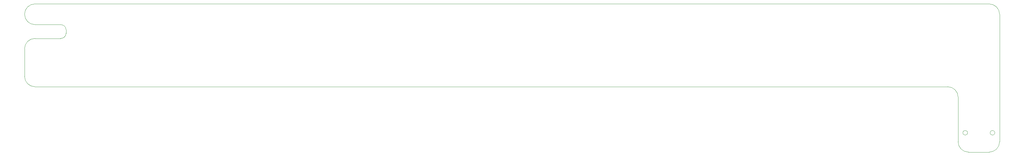
<source format=gbr>
%TF.GenerationSoftware,KiCad,Pcbnew,7.0.8*%
%TF.CreationDate,2023-11-21T15:13:26+00:00*%
%TF.ProjectId,tem,74656d2e-6b69-4636-9164-5f7063625858,rev?*%
%TF.SameCoordinates,Original*%
%TF.FileFunction,Profile,NP*%
%FSLAX46Y46*%
G04 Gerber Fmt 4.6, Leading zero omitted, Abs format (unit mm)*
G04 Created by KiCad (PCBNEW 7.0.8) date 2023-11-21 15:13:26*
%MOMM*%
%LPD*%
G01*
G04 APERTURE LIST*
%TA.AperFunction,Profile*%
%ADD10C,0.100000*%
%TD*%
%TA.AperFunction,Profile*%
%ADD11C,0.120000*%
%TD*%
G04 APERTURE END LIST*
D10*
X59000000Y-138750000D02*
G75*
G03*
X56000000Y-141750000I0J-3000000D01*
G01*
X56000000Y-159750000D02*
G75*
G03*
X59000000Y-162750000I3000000J0D01*
G01*
X335000000Y-138750000D02*
X59000000Y-138750000D01*
X59000000Y-162750000D02*
X323000000Y-162750000D01*
X338000000Y-178700000D02*
X338000000Y-141750000D01*
X56000000Y-141750000D02*
X56000000Y-141750000D01*
X66500000Y-148750000D02*
X59000000Y-148750000D01*
X68000000Y-146250000D02*
X68000000Y-147250000D01*
X68000000Y-146250000D02*
G75*
G03*
X66500000Y-144750000I-1500000J0D01*
G01*
X59000000Y-148750000D02*
G75*
G03*
X56000000Y-151750000I0J-3000000D01*
G01*
X329000000Y-181700000D02*
X335000000Y-181700000D01*
X335000000Y-181700000D02*
G75*
G03*
X338000000Y-178700000I0J3000000D01*
G01*
X66500000Y-144750000D02*
X59000000Y-144750000D01*
X338000000Y-141750000D02*
G75*
G03*
X335000000Y-138750000I-3000000J0D01*
G01*
X326000000Y-165750000D02*
G75*
G03*
X323000000Y-162750000I-3000000J0D01*
G01*
X56000000Y-151750000D02*
X56000000Y-159750000D01*
X326000000Y-165750000D02*
X326000000Y-178700000D01*
X66500000Y-148750000D02*
G75*
G03*
X68000000Y-147250000I0J1500000D01*
G01*
X326000000Y-178700000D02*
G75*
G03*
X329000000Y-181700000I3000000J0D01*
G01*
X56000000Y-141750000D02*
G75*
G03*
X59000000Y-144750000I3000000J0D01*
G01*
D11*
%TO.C,REF\u002A\u002A*%
X336625000Y-176100000D02*
G75*
G03*
X336625000Y-176100000I-675000J0D01*
G01*
X328725000Y-176100000D02*
G75*
G03*
X328725000Y-176100000I-675000J0D01*
G01*
%TD*%
M02*

</source>
